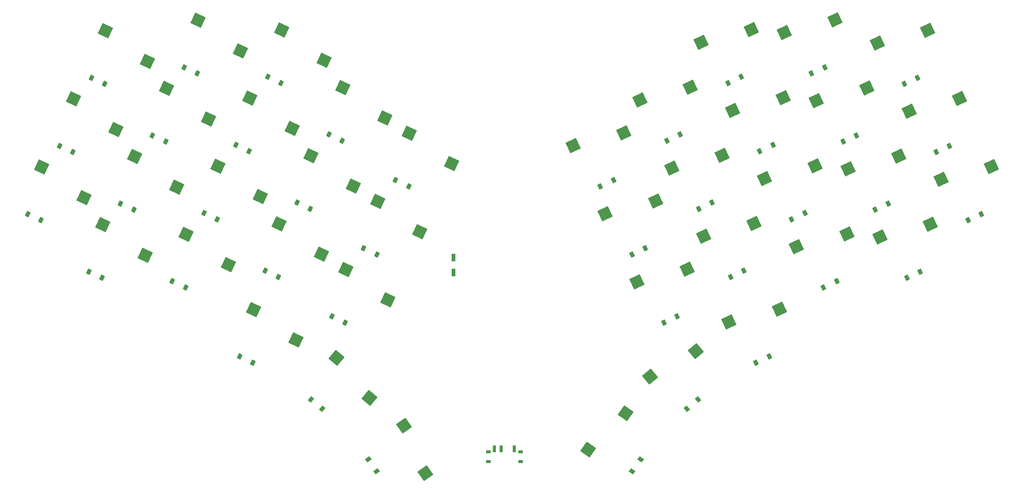
<source format=gbr>
%TF.GenerationSoftware,KiCad,Pcbnew,7.0.10*%
%TF.CreationDate,2024-01-18T08:47:23+01:00*%
%TF.ProjectId,turbo_go_2,74757262-6f5f-4676-9f5f-322e6b696361,v1.0.0*%
%TF.SameCoordinates,Original*%
%TF.FileFunction,Paste,Bot*%
%TF.FilePolarity,Positive*%
%FSLAX46Y46*%
G04 Gerber Fmt 4.6, Leading zero omitted, Abs format (unit mm)*
G04 Created by KiCad (PCBNEW 7.0.10) date 2024-01-18 08:47:23*
%MOMM*%
%LPD*%
G01*
G04 APERTURE LIST*
G04 Aperture macros list*
%AMRotRect*
0 Rectangle, with rotation*
0 The origin of the aperture is its center*
0 $1 length*
0 $2 width*
0 $3 Rotation angle, in degrees counterclockwise*
0 Add horizontal line*
21,1,$1,$2,0,0,$3*%
G04 Aperture macros list end*
%ADD10RotRect,2.600000X2.600000X25.000000*%
%ADD11RotRect,0.900000X1.200000X335.000000*%
%ADD12RotRect,2.600000X2.600000X335.000000*%
%ADD13RotRect,0.900000X1.200000X25.000000*%
%ADD14R,0.900000X1.700000*%
%ADD15RotRect,2.600000X2.600000X40.000000*%
%ADD16RotRect,0.900000X1.200000X305.000000*%
%ADD17RotRect,2.600000X2.600000X305.000000*%
%ADD18RotRect,2.600000X2.600000X55.000000*%
%ADD19RotRect,2.600000X2.600000X320.000000*%
%ADD20RotRect,0.900000X1.200000X320.000000*%
%ADD21RotRect,0.900000X1.200000X55.000000*%
%ADD22R,1.000000X0.800000*%
%ADD23R,0.700000X1.500000*%
%ADD24RotRect,0.900000X1.200000X40.000000*%
G04 APERTURE END LIST*
D10*
%TO.C,S44*%
X244884235Y-130524696D03*
X256281850Y-127637333D03*
%TD*%
D11*
%TO.C,D9*%
X92339628Y-125129413D03*
X95330444Y-126524053D03*
%TD*%
D12*
%TO.C,S10*%
X102679062Y-99111354D03*
X112217156Y-105986472D03*
%TD*%
D13*
%TO.C,D23*%
X250393460Y-95902560D03*
X253384276Y-94507920D03*
%TD*%
D12*
%TO.C,S5*%
X76645297Y-112349301D03*
X86183391Y-119224419D03*
%TD*%
%TO.C,S4*%
X69460793Y-127756541D03*
X78998887Y-134631659D03*
%TD*%
D10*
%TO.C,S23*%
X244293036Y-86665250D03*
X255690651Y-83777887D03*
%TD*%
%TO.C,S56*%
X182842442Y-125250534D03*
X194240057Y-122363171D03*
%TD*%
D13*
%TO.C,D51*%
X210581864Y-95709587D03*
X213572680Y-94314947D03*
%TD*%
%TO.C,D46*%
X236615631Y-108947538D03*
X239606447Y-107552898D03*
%TD*%
D12*
%TO.C,S6*%
X83829816Y-96942070D03*
X93367910Y-103817188D03*
%TD*%
D13*
%TO.C,D47*%
X229431112Y-93540302D03*
X232421928Y-92145662D03*
%TD*%
D12*
%TO.C,S73*%
X116456895Y-112156329D03*
X125994989Y-119031447D03*
%TD*%
D13*
%TO.C,D41*%
X264762477Y-126717034D03*
X267753293Y-125322394D03*
%TD*%
D10*
%TO.C,S27*%
X223330694Y-84302991D03*
X234728309Y-81415628D03*
%TD*%
D13*
%TO.C,D32*%
X211173050Y-139569028D03*
X214163866Y-138174388D03*
%TD*%
D10*
%TO.C,S53*%
X197888131Y-114924474D03*
X209285746Y-112037111D03*
%TD*%
D11*
%TO.C,D14*%
X120486478Y-107359918D03*
X123477294Y-108754558D03*
%TD*%
D14*
%TO.C,*%
X148640664Y-138551757D03*
X148640664Y-135151757D03*
%TD*%
D10*
%TO.C,S55*%
X190026949Y-140657760D03*
X201424564Y-137770397D03*
%TD*%
D15*
%TO.C,S39*%
X193032816Y-162062235D03*
X203294762Y-156323336D03*
%TD*%
D16*
%TO.C,D20*%
X129428647Y-180824782D03*
X131321449Y-183527984D03*
%TD*%
D11*
%TO.C,D15*%
X121163145Y-148500442D03*
X124153961Y-149895082D03*
%TD*%
D12*
%TO.C,S18*%
X103538941Y-146957574D03*
X113077035Y-153832692D03*
%TD*%
D11*
%TO.C,D64*%
X66305872Y-138367366D03*
X69296688Y-139762006D03*
%TD*%
D10*
%TO.C,S46*%
X230515206Y-99710219D03*
X241912821Y-96822856D03*
%TD*%
D11*
%TO.C,D71*%
X106708654Y-94314939D03*
X109699470Y-95709579D03*
%TD*%
D12*
%TO.C,S74*%
X123641397Y-96749099D03*
X133179491Y-103624217D03*
%TD*%
D13*
%TO.C,D38*%
X216906499Y-158963037D03*
X219897315Y-157568397D03*
%TD*%
D12*
%TO.C,S72*%
X109272380Y-127563560D03*
X118810474Y-134438678D03*
%TD*%
D13*
%TO.C,D22*%
X257577970Y-111309798D03*
X260568786Y-109915158D03*
%TD*%
%TO.C,D50*%
X217766381Y-111116824D03*
X220757197Y-109722184D03*
%TD*%
D17*
%TO.C,S80*%
X137466307Y-173213005D03*
X142288980Y-183936080D03*
%TD*%
D13*
%TO.C,D44*%
X250984651Y-139762004D03*
X253975467Y-138367364D03*
%TD*%
D10*
%TO.C,S48*%
X226034979Y-132693967D03*
X237432594Y-129806604D03*
%TD*%
D11*
%TO.C,D78*%
X100384014Y-157568397D03*
X103374830Y-158963037D03*
%TD*%
D12*
%TO.C,S67*%
X91014309Y-81534842D03*
X100552403Y-88409960D03*
%TD*%
%TO.C,S3*%
X70051968Y-83897098D03*
X79590062Y-90772216D03*
%TD*%
D10*
%TO.C,S31*%
X204481446Y-86472272D03*
X215879061Y-83584909D03*
%TD*%
D13*
%TO.C,D49*%
X224950889Y-126524052D03*
X227941705Y-125129412D03*
%TD*%
D10*
%TO.C,S58*%
X210806079Y-149725728D03*
X222203694Y-146838365D03*
%TD*%
%TO.C,S45*%
X237699713Y-115117454D03*
X249097328Y-112230091D03*
%TD*%
D13*
%TO.C,D33*%
X203988537Y-124161791D03*
X206979353Y-122767151D03*
%TD*%
D10*
%TO.C,S32*%
X205072638Y-130331707D03*
X216470253Y-127444344D03*
%TD*%
D18*
%TO.C,S60*%
X179058106Y-178578450D03*
X187485048Y-170379112D03*
%TD*%
D11*
%TO.C,D70*%
X99524145Y-109722180D03*
X102514961Y-111116820D03*
%TD*%
D10*
%TO.C,S57*%
X175657934Y-109843303D03*
X187055549Y-106955940D03*
%TD*%
D12*
%TO.C,S71*%
X109863563Y-83704120D03*
X119401657Y-90579238D03*
%TD*%
D13*
%TO.C,D37*%
X181758349Y-119080615D03*
X184749165Y-117685975D03*
%TD*%
D11*
%TO.C,D61*%
X52528047Y-125322390D03*
X55518863Y-126717030D03*
%TD*%
D13*
%TO.C,D28*%
X232135395Y-141931293D03*
X235126211Y-140536653D03*
%TD*%
D12*
%TO.C,S2*%
X62867470Y-99304328D03*
X72405564Y-106179446D03*
%TD*%
D11*
%TO.C,D65*%
X73490380Y-122960133D03*
X76481196Y-124354773D03*
%TD*%
D12*
%TO.C,S8*%
X88310042Y-129925818D03*
X97848136Y-136800936D03*
%TD*%
D10*
%TO.C,S34*%
X190703619Y-99517239D03*
X202101234Y-96629876D03*
%TD*%
D11*
%TO.C,D16*%
X128347662Y-133093209D03*
X131338478Y-134487849D03*
%TD*%
%TO.C,D67*%
X87859405Y-92145667D03*
X90850221Y-93540307D03*
%TD*%
D12*
%TO.C,S68*%
X88310042Y-129925818D03*
X97848136Y-136800936D03*
%TD*%
D11*
%TO.C,D62*%
X59712558Y-109915147D03*
X62703374Y-111309787D03*
%TD*%
D12*
%TO.C,S15*%
X124318064Y-137889613D03*
X133856158Y-144764731D03*
%TD*%
%TO.C,S77*%
X138687089Y-107075154D03*
X148225183Y-113950272D03*
%TD*%
D10*
%TO.C,S41*%
X258662063Y-117479719D03*
X270059678Y-114592356D03*
%TD*%
D11*
%TO.C,D13*%
X113301978Y-122767160D03*
X116292794Y-124161800D03*
%TD*%
D12*
%TO.C,S9*%
X95494546Y-114518589D03*
X105032640Y-121393707D03*
%TD*%
D10*
%TO.C,S42*%
X251477542Y-102072476D03*
X262875157Y-99185113D03*
%TD*%
D19*
%TO.C,S19*%
X122230921Y-157851972D03*
X129664601Y-166961467D03*
%TD*%
D13*
%TO.C,D55*%
X196127370Y-149895081D03*
X199118186Y-148500441D03*
%TD*%
D20*
%TO.C,D79*%
X116437215Y-167284687D03*
X118965161Y-169405887D03*
%TD*%
D10*
%TO.C,S29*%
X218850464Y-117286731D03*
X230248079Y-114399368D03*
%TD*%
D11*
%TO.C,D77*%
X135532168Y-117685972D03*
X138522984Y-119080612D03*
%TD*%
D20*
%TO.C,D19*%
X116437215Y-167284687D03*
X118965161Y-169405887D03*
%TD*%
D21*
%TO.C,D60*%
X188959879Y-183527990D03*
X190852681Y-180824788D03*
%TD*%
D13*
%TO.C,D25*%
X243800138Y-124354772D03*
X246790954Y-122960132D03*
%TD*%
D11*
%TO.C,D3*%
X66897067Y-94507922D03*
X69887883Y-95902562D03*
%TD*%
D13*
%TO.C,D54*%
X196804038Y-108754559D03*
X199794854Y-107359919D03*
%TD*%
D10*
%TO.C,S52*%
X205072638Y-130331707D03*
X216470253Y-127444344D03*
%TD*%
D11*
%TO.C,D12*%
X106117463Y-138174387D03*
X109108279Y-139569027D03*
%TD*%
D13*
%TO.C,D56*%
X188942860Y-134487854D03*
X191933676Y-133093214D03*
%TD*%
D12*
%TO.C,S61*%
X55682963Y-114711558D03*
X65221057Y-121586676D03*
%TD*%
D10*
%TO.C,S30*%
X211665956Y-101879501D03*
X223063571Y-98992138D03*
%TD*%
D22*
%TO.C,*%
X156490670Y-179128508D03*
X156490670Y-181338508D03*
X163790670Y-179128508D03*
X163790670Y-181338508D03*
D23*
X162390670Y-178478508D03*
X159390670Y-178478508D03*
X157890670Y-178478508D03*
%TD*%
D12*
%TO.C,S16*%
X131502570Y-122482388D03*
X141040664Y-129357506D03*
%TD*%
D11*
%TO.C,D66*%
X80674892Y-107552900D03*
X83665708Y-108947540D03*
%TD*%
D13*
%TO.C,D34*%
X196804038Y-108754559D03*
X199794854Y-107359919D03*
%TD*%
%TO.C,D48*%
X232135395Y-141931293D03*
X235126211Y-140536653D03*
%TD*%
D11*
%TO.C,D8*%
X85155119Y-140536650D03*
X88145935Y-141931290D03*
%TD*%
D24*
%TO.C,D59*%
X201316164Y-169405888D03*
X203844110Y-167284688D03*
%TD*%
M02*

</source>
